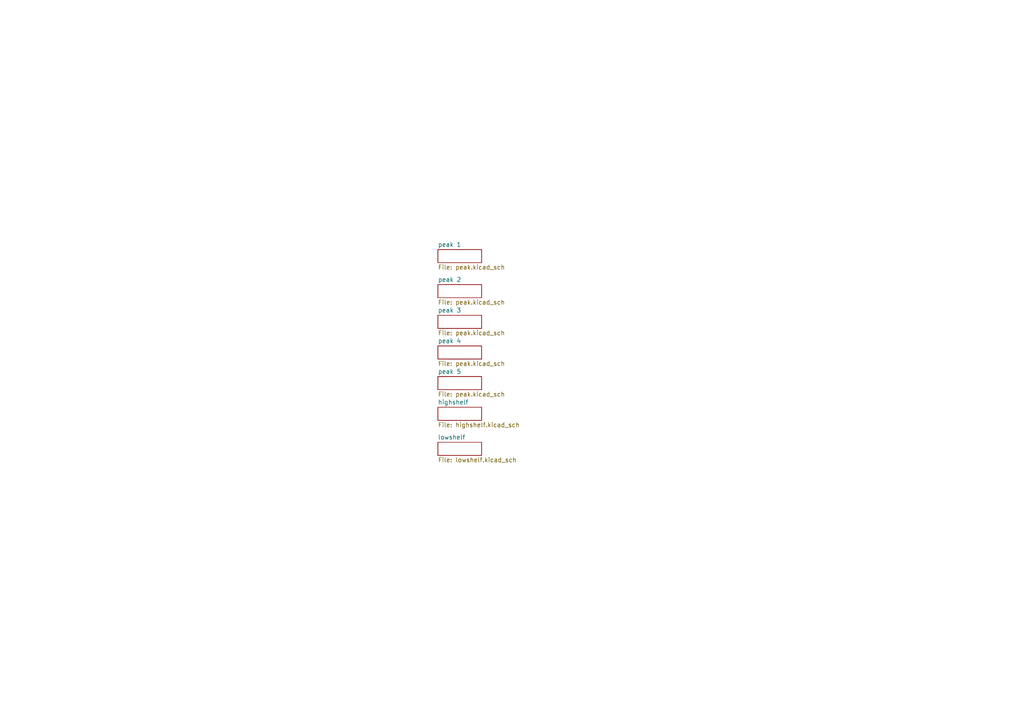
<source format=kicad_sch>
(kicad_sch
	(version 20250114)
	(generator "eeschema")
	(generator_version "9.0")
	(uuid "3f62cecd-5883-4498-92b3-da0b121dab77")
	(paper "A4")
	(lib_symbols)
	(sheet
		(at 127 128.27)
		(size 12.7 3.81)
		(exclude_from_sim no)
		(in_bom yes)
		(on_board yes)
		(dnp no)
		(fields_autoplaced yes)
		(stroke
			(width 0.1524)
			(type solid)
		)
		(fill
			(color 0 0 0 0.0000)
		)
		(uuid "63f17c57-5d93-4bba-b84e-15c96c4bed14")
		(property "Sheetname" "lowshelf"
			(at 127 127.5584 0)
			(effects
				(font
					(size 1.27 1.27)
				)
				(justify left bottom)
			)
		)
		(property "Sheetfile" "lowshelf.kicad_sch"
			(at 127 132.6646 0)
			(effects
				(font
					(size 1.27 1.27)
				)
				(justify left top)
			)
		)
		(instances
			(project "KICAD PEQ"
				(path "/55e2a342-beba-4617-867f-b1714faef12d/aabb492e-0e6e-4aa2-b6a0-52db3993fde7"
					(page "35")
				)
			)
		)
	)
	(sheet
		(at 127 82.55)
		(size 12.7 3.81)
		(exclude_from_sim no)
		(in_bom yes)
		(on_board yes)
		(dnp no)
		(fields_autoplaced yes)
		(stroke
			(width 0.1524)
			(type solid)
		)
		(fill
			(color 0 0 0 0.0000)
		)
		(uuid "847a6dbf-f1e0-465d-b85b-2ea5d8a8720e")
		(property "Sheetname" "peak 2"
			(at 127 81.8384 0)
			(effects
				(font
					(size 1.27 1.27)
				)
				(justify left bottom)
			)
		)
		(property "Sheetfile" "peak.kicad_sch"
			(at 127 86.9446 0)
			(effects
				(font
					(size 1.27 1.27)
				)
				(justify left top)
			)
		)
		(instances
			(project "KICAD PEQ"
				(path "/55e2a342-beba-4617-867f-b1714faef12d/aabb492e-0e6e-4aa2-b6a0-52db3993fde7"
					(page "4")
				)
			)
		)
	)
	(sheet
		(at 127 72.39)
		(size 12.7 3.81)
		(exclude_from_sim no)
		(in_bom yes)
		(on_board yes)
		(dnp no)
		(fields_autoplaced yes)
		(stroke
			(width 0.1524)
			(type solid)
		)
		(fill
			(color 0 0 0 0.0000)
		)
		(uuid "9d04cc8d-1ef0-4b78-8861-fe9de9e76bff")
		(property "Sheetname" "peak 1"
			(at 127 71.6784 0)
			(effects
				(font
					(size 1.27 1.27)
				)
				(justify left bottom)
			)
		)
		(property "Sheetfile" "peak.kicad_sch"
			(at 127 76.7846 0)
			(effects
				(font
					(size 1.27 1.27)
				)
				(justify left top)
			)
		)
		(instances
			(project "KICAD PEQ"
				(path "/55e2a342-beba-4617-867f-b1714faef12d/aabb492e-0e6e-4aa2-b6a0-52db3993fde7"
					(page "3")
				)
			)
		)
	)
	(sheet
		(at 127 91.44)
		(size 12.7 3.81)
		(exclude_from_sim no)
		(in_bom yes)
		(on_board yes)
		(dnp no)
		(fields_autoplaced yes)
		(stroke
			(width 0.1524)
			(type solid)
		)
		(fill
			(color 0 0 0 0.0000)
		)
		(uuid "9ea238c5-6d3d-49fc-81c9-6806b95a2c9b")
		(property "Sheetname" "peak 3"
			(at 127 90.7284 0)
			(effects
				(font
					(size 1.27 1.27)
				)
				(justify left bottom)
			)
		)
		(property "Sheetfile" "peak.kicad_sch"
			(at 127 95.8346 0)
			(effects
				(font
					(size 1.27 1.27)
				)
				(justify left top)
			)
		)
		(instances
			(project "KICAD PEQ"
				(path "/55e2a342-beba-4617-867f-b1714faef12d/aabb492e-0e6e-4aa2-b6a0-52db3993fde7"
					(page "5")
				)
			)
		)
	)
	(sheet
		(at 127 109.22)
		(size 12.7 3.81)
		(exclude_from_sim no)
		(in_bom yes)
		(on_board yes)
		(dnp no)
		(fields_autoplaced yes)
		(stroke
			(width 0.1524)
			(type solid)
		)
		(fill
			(color 0 0 0 0.0000)
		)
		(uuid "a7f7611a-8b14-4a08-9a50-2f16e5150278")
		(property "Sheetname" "peak 5"
			(at 127 108.5084 0)
			(effects
				(font
					(size 1.27 1.27)
				)
				(justify left bottom)
			)
		)
		(property "Sheetfile" "peak.kicad_sch"
			(at 127 113.6146 0)
			(effects
				(font
					(size 1.27 1.27)
				)
				(justify left top)
			)
		)
		(instances
			(project "KICAD PEQ"
				(path "/55e2a342-beba-4617-867f-b1714faef12d/aabb492e-0e6e-4aa2-b6a0-52db3993fde7"
					(page "7")
				)
			)
		)
	)
	(sheet
		(at 127 100.33)
		(size 12.7 3.81)
		(exclude_from_sim no)
		(in_bom yes)
		(on_board yes)
		(dnp no)
		(fields_autoplaced yes)
		(stroke
			(width 0.1524)
			(type solid)
		)
		(fill
			(color 0 0 0 0.0000)
		)
		(uuid "cc94119f-f553-49e3-99d6-986f08965df0")
		(property "Sheetname" "peak 4"
			(at 127 99.6184 0)
			(effects
				(font
					(size 1.27 1.27)
				)
				(justify left bottom)
			)
		)
		(property "Sheetfile" "peak.kicad_sch"
			(at 127 104.7246 0)
			(effects
				(font
					(size 1.27 1.27)
				)
				(justify left top)
			)
		)
		(instances
			(project "KICAD PEQ"
				(path "/55e2a342-beba-4617-867f-b1714faef12d/aabb492e-0e6e-4aa2-b6a0-52db3993fde7"
					(page "6")
				)
			)
		)
	)
	(sheet
		(at 127 118.11)
		(size 12.7 3.81)
		(exclude_from_sim no)
		(in_bom yes)
		(on_board yes)
		(dnp no)
		(fields_autoplaced yes)
		(stroke
			(width 0.1524)
			(type solid)
		)
		(fill
			(color 0 0 0 0.0000)
		)
		(uuid "fa82de00-cbda-4a2c-a85b-57fbeb9d3c54")
		(property "Sheetname" "highshelf"
			(at 127 117.3984 0)
			(effects
				(font
					(size 1.27 1.27)
				)
				(justify left bottom)
			)
		)
		(property "Sheetfile" "highshelf.kicad_sch"
			(at 127 122.5046 0)
			(effects
				(font
					(size 1.27 1.27)
				)
				(justify left top)
			)
		)
		(instances
			(project "KICAD PEQ"
				(path "/55e2a342-beba-4617-867f-b1714faef12d/aabb492e-0e6e-4aa2-b6a0-52db3993fde7"
					(page "10")
				)
			)
		)
	)
)

</source>
